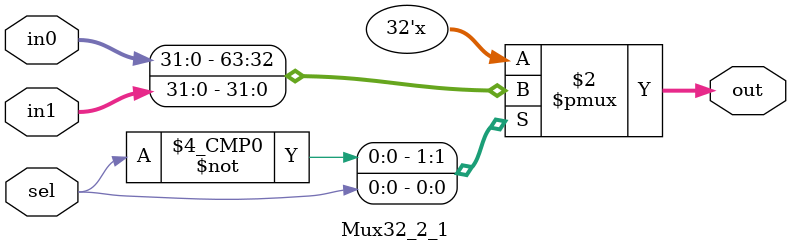
<source format=v>
`timescale 1ns / 1ps

module Mux32_4_1(
	input[1:0] sel,
	input[31:0] in0, in1, in2, in3,
	output reg[31:0] out
);

	always @(*)
	begin
		case(sel)
			2'b00: out <= in0;
			2'b01: out <= in1;
			2'b10: out <= in2;
			2'b11: out <= in3;
		endcase
	end
endmodule

module Mux32_2_1(
	input sel,
	input[31:0] in0, in1,
	output reg[31:0] out
);

	always @(*)
	begin
		case(sel)
			2'b0: out <= in0;
			2'b1: out <= in1;
		endcase
	end
endmodule

</source>
